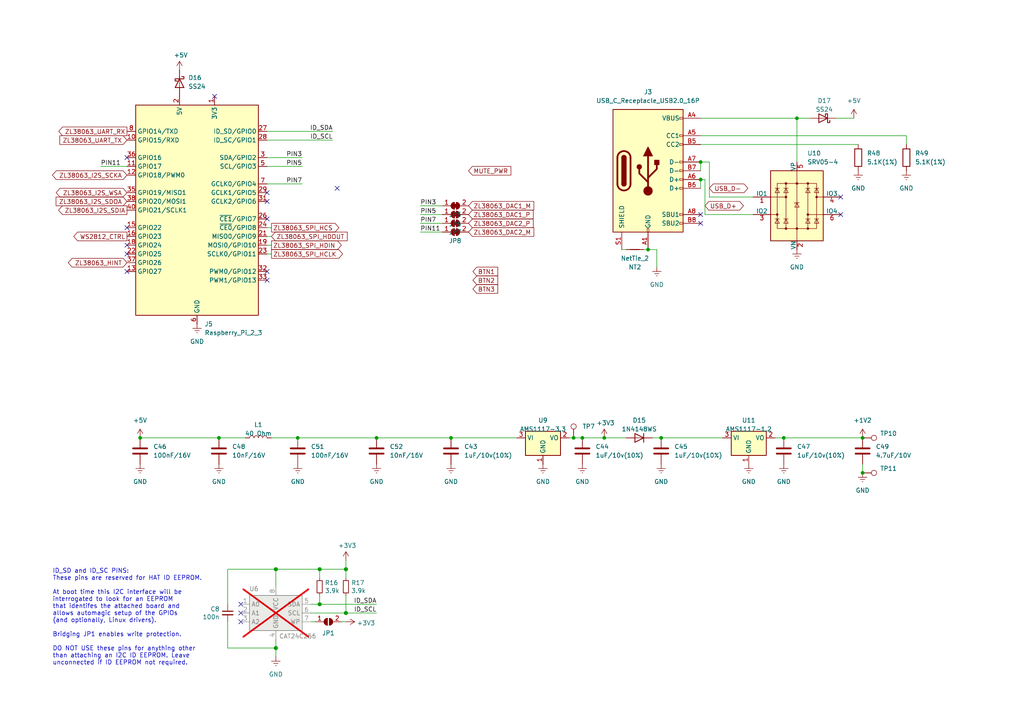
<source format=kicad_sch>
(kicad_sch (version 20231120) (generator "eeschema") (generator_version "8.0")
  (paper "A4")
  (lib_symbols
    (symbol "Connector:Raspberry_Pi_2_3"
      (property "Reference" "J" (at -17.78 31.75 0))
      (property "Value" "Raspberry_Pi_2_3" (at 10.16 -31.75 0))
      (symbol "Raspberry_Pi_2_3_0_1"
        (rectangle (start -17.78 30.48) (end 17.78 -30.48) (stroke (width 0.254)) (fill (type background)))
      )
      (symbol "Raspberry_Pi_2_3_1_1"
        (pin power_in line (at 5.08 33.02 270) (length 2.54) (name "3V3") (number "1"))
        (pin bidirectional line (at -20.32 20.32 0) (length 2.54) (name "GPIO15/RXD") (number "10"))
        (pin bidirectional line (at -20.32 12.7 0) (length 2.54) (name "GPIO17") (number "11"))
        (pin bidirectional line (at -20.32 10.16 0) (length 2.54) (name "GPIO18/PWM0") (number "12"))
        (pin bidirectional line (at -20.32 -17.78 0) (length 2.54) (name "GPIO27") (number "13"))
        (pin passive line (at 0 -33.02 90) (length 2.54) hide (name "GND") (number "14"))
        (pin bidirectional line (at -20.32 -5.08 0) (length 2.54) (name "GPIO22") (number "15"))
        (pin bidirectional line (at -20.32 -7.62 0) (length 2.54) (name "GPIO23") (number "16"))
        (pin passive line (at 5.08 33.02 270) (length 2.54) hide (name "3V3") (number "17"))
        (pin bidirectional line (at -20.32 -10.16 0) (length 2.54) (name "GPIO24") (number "18"))
        (pin bidirectional line (at 20.32 -10.16 180) (length 2.54) (name "MOSI0/GPIO10") (number "19"))
        (pin power_in line (at -5.08 33.02 270) (length 2.54) (name "5V") (number "2"))
        (pin passive line (at 0 -33.02 90) (length 2.54) hide (name "GND") (number "20"))
        (pin bidirectional line (at 20.32 -7.62 180) (length 2.54) (name "MISO0/GPIO9") (number "21"))
        (pin bidirectional line (at -20.32 -12.7 0) (length 2.54) (name "GPIO25") (number "22"))
        (pin bidirectional line (at 20.32 -12.7 180) (length 2.54) (name "SCLK0/GPIO11") (number "23"))
        (pin bidirectional line (at 20.32 -5.08 180) (length 2.54) (name "~{CE0}/GPIO8") (number "24"))
        (pin passive line (at 0 -33.02 90) (length 2.54) hide (name "GND") (number "25"))
        (pin bidirectional line (at 20.32 -2.54 180) (length 2.54) (name "~{CE1}/GPIO7") (number "26"))
        (pin bidirectional line (at 20.32 22.86 180) (length 2.54) (name "ID_SD/GPIO0") (number "27"))
        (pin bidirectional line (at 20.32 20.32 180) (length 2.54) (name "ID_SC/GPIO1") (number "28"))
        (pin bidirectional line (at 20.32 5.08 180) (length 2.54) (name "GCLK1/GPIO5") (number "29"))
        (pin bidirectional line (at 20.32 15.24 180) (length 2.54) (name "SDA/GPIO2") (number "3"))
        (pin passive line (at 0 -33.02 90) (length 2.54) hide (name "GND") (number "30"))
        (pin bidirectional line (at 20.32 2.54 180) (length 2.54) (name "GCLK2/GPIO6") (number "31"))
        (pin bidirectional line (at 20.32 -17.78 180) (length 2.54) (name "PWM0/GPIO12") (number "32"))
        (pin bidirectional line (at 20.32 -20.32 180) (length 2.54) (name "PWM1/GPIO13") (number "33"))
        (pin passive line (at 0 -33.02 90) (length 2.54) hide (name "GND") (number "34"))
        (pin bidirectional line (at -20.32 5.08 0) (length 2.54) (name "GPIO19/MISO1") (number "35"))
        (pin bidirectional line (at -20.32 15.24 0) (length 2.54) (name "GPIO16") (number "36"))
        (pin bidirectional line (at -20.32 -15.24 0) (length 2.54) (name "GPIO26") (number "37"))
        (pin bidirectional line (at -20.32 2.54 0) (length 2.54) (name "GPIO20/MOSI1") (number "38"))
        (pin passive line (at 0 -33.02 90) (length 2.54) hide (name "GND") (number "39"))
        (pin passive line (at -5.08 33.02 270) (length 2.54) hide (name "5V") (number "4"))
        (pin bidirectional line (at -20.32 0 0) (length 2.54) (name "GPIO21/SCLK1") (number "40"))
        (pin bidirectional line (at 20.32 12.7 180) (length 2.54) (name "SCL/GPIO3") (number "5"))
        (pin power_in line (at 0 -33.02 90) (length 2.54) (name "GND") (number "6"))
        (pin bidirectional line (at 20.32 7.62 180) (length 2.54) (name "GCLK0/GPIO4") (number "7"))
        (pin bidirectional line (at -20.32 22.86 0) (length 2.54) (name "GPIO14/TXD") (number "8"))
        (pin passive line (at 0 -33.02 90) (length 2.54) hide (name "GND") (number "9"))
      )
    )
    (symbol "Connector:TestPoint" (pin_numbers hide) (pin_names (offset 0.762) hide)
      (property "Reference" "TP" (at 0 6.858 0))
      (property "Value" "TestPoint" (at 0 5.08 0))
      (symbol "TestPoint_0_1"
        (circle (center 0 3.302) (radius 0.762))
      )
      (symbol "TestPoint_1_1"
        (pin passive line (at 0 0 90) (length 2.54) (name "1") (number "1"))
      )
    )
    (symbol "Connector:USB_C_Receptacle_USB2.0_16P" (pin_names (offset 1.016))
      (property "Reference" "J" (at 0 22.225 0))
      (property "Value" "USB_C_Receptacle_USB2.0_16P" (at 0 19.685 0))
      (symbol "USB_C_Receptacle_USB2.0_16P_0_0"
        (rectangle (start -0.254 -17.78) (end 0.254 -16.764))
        (rectangle (start 10.16 -14.986) (end 9.144 -15.494))
        (rectangle (start 10.16 -12.446) (end 9.144 -12.954))
        (rectangle (start 10.16 -4.826) (end 9.144 -5.334))
        (rectangle (start 10.16 -2.286) (end 9.144 -2.794))
        (rectangle (start 10.16 0.254) (end 9.144 -0.254))
        (rectangle (start 10.16 2.794) (end 9.144 2.286))
        (rectangle (start 10.16 7.874) (end 9.144 7.366))
        (rectangle (start 10.16 10.414) (end 9.144 9.906))
        (rectangle (start 10.16 15.494) (end 9.144 14.986))
      )
      (symbol "USB_C_Receptacle_USB2.0_16P_0_1"
        (rectangle (start -10.16 17.78) (end 10.16 -17.78) (stroke (width 0.254)) (fill (type background)))
        (arc (start -8.89 -3.81) (mid -6.985 -5.7067) (end -5.08 -3.81) (stroke (width 0.508)))
        (arc (start -7.62 -3.81) (mid -6.985 -4.4423) (end -6.35 -3.81) (stroke (width 0.254)))
        (arc (start -7.62 -3.81) (mid -6.985 -4.4423) (end -6.35 -3.81) (stroke (width 0.254)) (fill (type outline)))
        (rectangle (start -7.62 -3.81) (end -6.35 3.81) (stroke (width 0.254)) (fill (type outline)))
        (arc (start -6.35 3.81) (mid -6.985 4.4423) (end -7.62 3.81) (stroke (width 0.254)))
        (arc (start -6.35 3.81) (mid -6.985 4.4423) (end -7.62 3.81) (stroke (width 0.254)) (fill (type outline)))
        (arc (start -5.08 3.81) (mid -6.985 5.7067) (end -8.89 3.81) (stroke (width 0.508)))
        (circle (center -2.54 1.143) (radius 0.635) (stroke (width 0.254)) (fill (type outline)))
        (circle (center 0 -5.842) (radius 1.27) (fill (type outline)))
        (polyline (pts (xy -8.89 -3.81) (xy -8.89 3.81)) (stroke (width 0.508)))
        (polyline (pts (xy -5.08 3.81) (xy -5.08 -3.81)) (stroke (width 0.508)))
        (polyline (pts (xy 0 -5.842) (xy 0 4.318)) (stroke (width 0.508)))
        (polyline (pts (xy 0 -3.302) (xy -2.54 -0.762) (xy -2.54 0.508)) (stroke (width 0.508)))
        (polyline (pts (xy 0 -2.032) (xy 2.54 0.508) (xy 2.54 1.778)) (stroke (width 0.508)))
        (polyline (pts (xy -1.27 4.318) (xy 0 6.858) (xy 1.27 4.318) (xy -1.27 4.318)) (stroke (width 0.254)) (fill (type outline)))
        (rectangle (start 1.905 1.778) (end 3.175 3.048) (stroke (width 0.254)) (fill (type outline)))
      )
      (symbol "USB_C_Receptacle_USB2.0_16P_1_1"
        (pin passive line (at 0 -22.86 90) (length 5.08) (name "GND") (number "A1"))
        (pin passive line (at 0 -22.86 90) (length 5.08) hide (name "GND") (number "A12"))
        (pin passive line (at 15.24 15.24 180) (length 5.08) (name "VBUS") (number "A4"))
        (pin bidirectional line (at 15.24 10.16 180) (length 5.08) (name "CC1") (number "A5"))
        (pin bidirectional line (at 15.24 -2.54 180) (length 5.08) (name "D+") (number "A6"))
        (pin bidirectional line (at 15.24 2.54 180) (length 5.08) (name "D-") (number "A7"))
        (pin bidirectional line (at 15.24 -12.7 180) (length 5.08) (name "SBU1") (number "A8"))
        (pin passive line (at 15.24 15.24 180) (length 5.08) hide (name "VBUS") (number "A9"))
        (pin passive line (at 0 -22.86 90) (length 5.08) hide (name "GND") (number "B1"))
        (pin passive line (at 0 -22.86 90) (length 5.08) hide (name "GND") (number "B12"))
        (pin passive line (at 15.24 15.24 180) (length 5.08) hide (name "VBUS") (number "B4"))
        (pin bidirectional line (at 15.24 7.62 180) (length 5.08) (name "CC2") (number "B5"))
        (pin bidirectional line (at 15.24 -5.08 180) (length 5.08) (name "D+") (number "B6"))
        (pin bidirectional line (at 15.24 0 180) (length 5.08) (name "D-") (number "B7"))
        (pin bidirectional line (at 15.24 -15.24 180) (length 5.08) (name "SBU2") (number "B8"))
        (pin passive line (at 15.24 15.24 180) (length 5.08) hide (name "VBUS") (number "B9"))
        (pin passive line (at -7.62 -22.86 90) (length 5.08) (name "SHIELD") (number "S1"))
      )
    )
    (symbol "Device:C" (pin_numbers hide) (pin_names (offset 0.254))
      (property "Reference" "C" (at 0.635 2.54 0))
      (property "Value" "C" (at 0.635 -2.54 0))
      (symbol "C_0_1"
        (polyline (pts (xy -2.032 -0.762) (xy 2.032 -0.762)) (stroke (width 0.508)))
        (polyline (pts (xy -2.032 0.762) (xy 2.032 0.762)) (stroke (width 0.508)))
      )
      (symbol "C_1_1"
        (pin passive line (at 0 3.81 270) (length 2.794) (name "~") (number "1"))
        (pin passive line (at 0 -3.81 90) (length 2.794) (name "~") (number "2"))
      )
    )
    (symbol "Device:C_Small" (pin_numbers hide) (pin_names (offset 0.254) hide)
      (property "Reference" "C" (at 0.254 1.778 0))
      (property "Value" "C_Small" (at 0.254 -2.032 0))
      (symbol "C_Small_0_1"
        (polyline (pts (xy -1.524 -0.508) (xy 1.524 -0.508)) (stroke (width 0.3302)))
        (polyline (pts (xy -1.524 0.508) (xy 1.524 0.508)) (stroke (width 0.3048)))
      )
      (symbol "C_Small_1_1"
        (pin passive line (at 0 2.54 270) (length 2.032) (name "~") (number "1"))
        (pin passive line (at 0 -2.54 90) (length 2.032) (name "~") (number "2"))
      )
    )
    (symbol "Device:D" (pin_numbers hide) (pin_names (offset 1.016) hide)
      (property "Reference" "D" (at 0 2.54 0))
      (property "Value" "D" (at 0 -2.54 0))
      (symbol "D_0_1"
        (polyline (pts (xy -1.27 1.27) (xy -1.27 -1.27)) (stroke (width 0.254)))
        (polyline (pts (xy 1.27 0) (xy -1.27 0)))
        (polyline (pts (xy 1.27 1.27) (xy 1.27 -1.27) (xy -1.27 0) (xy 1.27 1.27)) (stroke (width 0.254)))
      )
      (symbol "D_1_1"
        (pin passive line (at -3.81 0 0) (length 2.54) (name "K") (number "1"))
        (pin passive line (at 3.81 0 180) (length 2.54) (name "A") (number "2"))
      )
    )
    (symbol "Device:L" (pin_numbers hide) (pin_names (offset 1.016) hide)
      (property "Reference" "L" (at -1.27 0 90))
      (property "Value" "L" (at 1.905 0 90))
      (symbol "L_0_1"
        (arc (start 0 -2.54) (mid 0.6323 -1.905) (end 0 -1.27))
        (arc (start 0 -1.27) (mid 0.6323 -0.635) (end 0 0))
        (arc (start 0 0) (mid 0.6323 0.635) (end 0 1.27))
        (arc (start 0 1.27) (mid 0.6323 1.905) (end 0 2.54))
      )
      (symbol "L_1_1"
        (pin passive line (at 0 3.81 270) (length 1.27) (name "1") (number "1"))
        (pin passive line (at 0 -3.81 90) (length 1.27) (name "2") (number "2"))
      )
    )
    (symbol "Device:NetTie_2" (pin_numbers hide) (pin_names (offset 0) hide) (in_bom no)
      (property "Reference" "NT" (at 0 1.27 0))
      (property "Value" "NetTie_2" (at 0 -1.27 0))
      (symbol "NetTie_2_0_1"
        (polyline (pts (xy -1.27 0) (xy 1.27 0)) (stroke (width 0.254)))
      )
      (symbol "NetTie_2_1_1"
        (pin passive line (at -2.54 0 0) (length 2.54) (name "1") (number "1"))
        (pin passive line (at 2.54 0 180) (length 2.54) (name "2") (number "2"))
      )
    )
    (symbol "Device:R" (pin_numbers hide) (pin_names (offset 0))
      (property "Reference" "R" (at 2.032 0 90))
      (property "Value" "R" (at 0 0 90))
      (symbol "R_0_1"
        (rectangle (start -1.016 -2.54) (end 1.016 2.54) (stroke (width 0.254)))
      )
      (symbol "R_1_1"
        (pin passive line (at 0 3.81 270) (length 1.27) (name "~") (number "1"))
        (pin passive line (at 0 -3.81 90) (length 1.27) (name "~") (number "2"))
      )
    )
    (symbol "Device:R_Small" (pin_numbers hide) (pin_names (offset 0.254) hide)
      (property "Reference" "R" (at 0.762 0.508 0))
      (property "Value" "R_Small" (at 0.762 -1.016 0))
      (symbol "R_Small_0_1"
        (rectangle (start -0.762 1.778) (end 0.762 -1.778) (stroke (width 0.2032)))
      )
      (symbol "R_Small_1_1"
        (pin passive line (at 0 2.54 270) (length 0.762) (name "~") (number "1"))
        (pin passive line (at 0 -2.54 90) (length 0.762) (name "~") (number "2"))
      )
    )
    (symbol "Diode:SS24" (pin_numbers hide) (pin_names (offset 1.016) hide)
      (property "Reference" "D" (at 0 2.54 0))
      (property "Value" "SS24" (at 0 -2.54 0))
      (symbol "SS24_0_1"
        (polyline (pts (xy 1.27 0) (xy -1.27 0)))
        (polyline (pts (xy 1.27 1.27) (xy 1.27 -1.27) (xy -1.27 0) (xy 1.27 1.27)) (stroke (width 0.254)))
        (polyline (pts (xy -1.905 0.635) (xy -1.905 1.27) (xy -1.27 1.27) (xy -1.27 -1.27) (xy -0.635 -1.27) (xy -0.635 -0.635)) (stroke (width 0.254)))
      )
      (symbol "SS24_1_1"
        (pin passive line (at -3.81 0 0) (length 2.54) (name "K") (number "1"))
        (pin passive line (at 3.81 0 180) (length 2.54) (name "A") (number "2"))
      )
    )
    (symbol "Jumper:SolderJumper_2_Bridged" (pin_names (offset 0) hide)
      (property "Reference" "JP" (at 0 2.032 0))
      (property "Value" "SolderJumper_2_Bridged" (at 0 -2.54 0))
      (symbol "SolderJumper_2_Bridged_0_1"
        (rectangle (start -0.508 0.508) (end 0.508 -0.508) (fill (type outline)))
        (arc (start -0.254 1.016) (mid -1.2656 0) (end -0.254 -1.016))
        (arc (start -0.254 1.016) (mid -1.2656 0) (end -0.254 -1.016) (fill (type outline)))
        (polyline (pts (xy -0.254 1.016) (xy -0.254 -1.016)))
        (polyline (pts (xy 0.254 1.016) (xy 0.254 -1.016)))
        (arc (start 0.254 -1.016) (mid 1.2656 0) (end 0.254 1.016))
        (arc (start 0.254 -1.016) (mid 1.2656 0) (end 0.254 1.016) (fill (type outline)))
      )
      (symbol "SolderJumper_2_Bridged_1_1"
        (pin passive line (at -3.81 0 0) (length 2.54) (name "A") (number "1"))
        (pin passive line (at 3.81 0 180) (length 2.54) (name "B") (number "2"))
      )
    )
    (symbol "Jumper:SolderJumper_2_Open" (pin_names (offset 0) hide)
      (property "Reference" "JP" (at 0 2.032 0))
      (property "Value" "SolderJumper_2_Open" (at 0 -2.54 0))
      (symbol "SolderJumper_2_Open_0_1"
        (arc (start -0.254 1.016) (mid -1.2656 0) (end -0.254 -1.016))
        (arc (start -0.254 1.016) (mid -1.2656 0) (end -0.254 -1.016) (fill (type outline)))
        (polyline (pts (xy -0.254 1.016) (xy -0.254 -1.016)))
        (polyline (pts (xy 0.254 1.016) (xy 0.254 -1.016)))
        (arc (start 0.254 -1.016) (mid 1.2656 0) (end 0.254 1.016))
        (arc (start 0.254 -1.016) (mid 1.2656 0) (end 0.254 1.016) (fill (type outline)))
      )
      (symbol "SolderJumper_2_Open_1_1"
        (pin passive line (at -3.81 0 0) (length 2.54) (name "A") (number "1"))
        (pin passive line (at 3.81 0 180) (length 2.54) (name "B") (number "2"))
      )
    )
    (symbol "Memory_EEPROM:CAT24C256"
      (property "Reference" "U" (at -6.35 6.35 0))
      (property "Value" "CAT24C256" (at 1.27 6.35 0))
      (symbol "CAT24C256_1_1"
        (rectangle (start -7.62 5.08) (end 7.62 -5.08) (stroke (width 0.254)) (fill (type background)))
        (pin input line (at -10.16 2.54 0) (length 2.54) (name "A0") (number "1"))
        (pin input line (at -10.16 0 0) (length 2.54) (name "A1") (number "2"))
        (pin input line (at -10.16 -2.54 0) (length 2.54) (name "A2") (number "3"))
        (pin power_in line (at 0 -7.62 90) (length 2.54) (name "GND") (number "4"))
        (pin bidirectional line (at 10.16 2.54 180) (length 2.54) (name "SDA") (number "5"))
        (pin input line (at 10.16 0 180) (length 2.54) (name "SCL") (number "6"))
        (pin input line (at 10.16 -2.54 180) (length 2.54) (name "WP") (number "7"))
        (pin power_in line (at 0 7.62 270) (length 2.54) (name "VCC") (number "8"))
      )
    )
    (symbol "Power_Protection:SRV05-4" (pin_names (offset 0))
      (property "Reference" "U" (at -5.08 11.43 0))
      (property "Value" "SRV05-4" (at 2.54 11.43 0))
      (symbol "SRV05-4_0_0"
        (rectangle (start -5.715 6.477) (end 5.715 -6.604))
        (polyline (pts (xy -3.175 -6.604) (xy -3.175 6.477)))
        (polyline (pts (xy 3.175 6.477) (xy 3.175 -6.604)))
      )
      (symbol "SRV05-4_0_1"
        (rectangle (start -7.62 10.16) (end 7.62 -10.16) (stroke (width 0.254)) (fill (type background)))
        (circle (center -5.715 -2.54) (radius 0.2794) (fill (type outline)))
        (circle (center -3.175 -6.604) (radius 0.2794) (fill (type outline)))
        (circle (center -3.175 2.54) (radius 0.2794) (fill (type outline)))
        (circle (center -3.175 6.477) (radius 0.2794) (fill (type outline)))
        (circle (center 0 -6.604) (radius 0.2794) (fill (type outline)))
        (polyline (pts (xy -7.747 2.54) (xy -3.175 2.54)))
        (polyline (pts (xy -7.62 -2.54) (xy -5.715 -2.54)))
        (polyline (pts (xy -5.08 -3.81) (xy -6.35 -3.81)))
        (polyline (pts (xy -5.08 5.08) (xy -6.35 5.08)))
        (polyline (pts (xy -2.54 -3.81) (xy -3.81 -3.81)))
        (polyline (pts (xy -2.54 5.08) (xy -3.81 5.08)))
        (polyline (pts (xy 0 10.16) (xy 0 -10.16)))
        (polyline (pts (xy 3.81 -3.81) (xy 2.54 -3.81)))
        (polyline (pts (xy 3.81 5.08) (xy 2.54 5.08)))
        (polyline (pts (xy 6.35 -3.81) (xy 5.08 -3.81)))
        (polyline (pts (xy 6.35 5.08) (xy 5.08 5.08)))
        (polyline (pts (xy 7.62 -2.54) (xy 3.175 -2.54)))
        (polyline (pts (xy 7.62 2.54) (xy 5.715 2.54)))
        (polyline (pts (xy 0.635 0.889) (xy -0.635 0.889) (xy -0.635 0.635)))
        (polyline (pts (xy -5.08 -5.08) (xy -6.35 -5.08) (xy -5.715 -3.81) (xy -5.08 -5.08)))
        (polyline (pts (xy -5.08 3.81) (xy -6.35 3.81) (xy -5.715 5.08) (xy -5.08 3.81)))
        (polyline (pts (xy -2.54 -5.08) (xy -3.81 -5.08) (xy -3.175 -3.81) (xy -2.54 -5.08)))
        (polyline (pts (xy -2.54 3.81) (xy -3.81 3.81) (xy -3.175 5.08) (xy -2.54 3.81)))
        (polyline (pts (xy 0.635 -0.381) (xy -0.635 -0.381) (xy 0 0.889) (xy 0.635 -0.381)))
        (polyline (pts (xy 3.81 -5.08) (xy 2.54 -5.08) (xy 3.175 -3.81) (xy 3.81 -5.08)))
        (polyline (pts (xy 3.81 3.81) (xy 2.54 3.81) (xy 3.175 5.08) (xy 3.81 3.81)))
        (polyline (pts (xy 6.35 -5.08) (xy 5.08 -5.08) (xy 5.715 -3.81) (xy 6.35 -5.08)))
        (polyline (pts (xy 6.35 3.81) (xy 5.08 3.81) (xy 5.715 5.08) (xy 6.35 3.81)))
        (circle (center 0 6.477) (radius 0.2794) (fill (type outline)))
        (circle (center 3.175 -6.604) (radius 0.2794) (fill (type outline)))
        (circle (center 3.175 -2.54) (radius 0.2794) (fill (type outline)))
        (circle (center 3.175 6.477) (radius 0.2794) (fill (type outline)))
        (circle (center 5.715 2.54) (radius 0.2794) (fill (type outline)))
      )
      (symbol "SRV05-4_1_1"
        (pin passive line (at -12.7 2.54 0) (length 5.08) (name "IO1") (number "1"))
        (pin passive line (at 0 -12.7 90) (length 2.54) (name "VN") (number "2"))
        (pin passive line (at -12.7 -2.54 0) (length 5.08) (name "IO2") (number "3"))
        (pin passive line (at 12.7 2.54 180) (length 5.08) (name "IO3") (number "4"))
        (pin passive line (at 0 12.7 270) (length 2.54) (name "VP") (number "5"))
        (pin passive line (at 12.7 -2.54 180) (length 5.08) (name "IO4") (number "6"))
      )
    )
    (symbol "Regulator_Linear:AMS1117-3.3"
      (property "Reference" "U" (at -3.81 3.175 0))
      (property "Value" "AMS1117-3.3" (at 0 3.175 0))
      (symbol "AMS1117-3.3_0_1"
        (rectangle (start -5.08 -5.08) (end 5.08 1.905) (stroke (width 0.254)) (fill (type background)))
      )
      (symbol "AMS1117-3.3_1_1"
        (pin power_in line (at 0 -7.62 90) (length 2.54) (name "GND") (number "1"))
        (pin power_out line (at 7.62 0 180) (length 2.54) (name "VO") (number "2"))
        (pin power_in line (at -7.62 0 0) (length 2.54) (name "VI") (number "3"))
      )
    )
    (symbol "power:+1V2" (power) (pin_numbers hide) (pin_names (offset 0) hide)
      (property "Value" "+1V2" (at 0 3.556 0))
      (symbol "+1V2_0_1"
        (polyline (pts (xy -0.762 1.27) (xy 0 2.54)))
        (polyline (pts (xy 0 0) (xy 0 2.54)))
        (polyline (pts (xy 0 2.54) (xy 0.762 1.27)))
      )
      (symbol "+1V2_1_1"
        (pin power_in line (at 0 0 90) (length 0) (name "~") (number "1"))
      )
    )
    (symbol "power:+3.3V" (power) (pin_names (offset 0))
      (property "Value" "+3.3V" (at 0 3.556 0))
      (symbol "+3.3V_0_1"
        (polyline (pts (xy -0.762 1.27) (xy 0 2.54)))
        (polyline (pts (xy 0 0) (xy 0 2.54)))
        (polyline (pts (xy 0 2.54) (xy 0.762 1.27)))
      )
      (symbol "+3.3V_1_1"
        (pin power_in line (at 0 0 90) (length 0) hide (name "+3V3") (number "1"))
      )
    )
    (symbol "power:+5V" (power) (pin_names (offset 0))
      (property "Value" "+5V" (at 0 3.556 0))
      (symbol "+5V_0_1"
        (polyline (pts (xy -0.762 1.27) (xy 0 2.54)))
        (polyline (pts (xy 0 0) (xy 0 2.54)))
        (polyline (pts (xy 0 2.54) (xy 0.762 1.27)))
      )
      (symbol "+5V_1_1"
        (pin power_in line (at 0 0 90) (length 0) hide (name "+5V") (number "1"))
      )
    )
    (symbol "power:Earth" (power) (pin_numbers hide) (pin_names (offset 0) hide)
      (property "Value" "Earth" (at 0 -3.81 0))
      (symbol "Earth_0_1"
        (polyline (pts (xy -0.635 -1.905) (xy 0.635 -1.905)))
        (polyline (pts (xy -0.127 -2.54) (xy 0.127 -2.54)))
        (polyline (pts (xy 0 -1.27) (xy 0 0)))
        (polyline (pts (xy 1.27 -1.27) (xy -1.27 -1.27)))
      )
      (symbol "Earth_1_1"
        (pin power_in line (at 0 0 270) (length 0) (name "~") (number "1"))
      )
    )
  )
  (junction (at 250.19 137.16))
  (junction (at 92.71 175.26) (diameter 1.016))
  (junction (at 187.96 72.39))
  (junction (at 100.33 165.1) (diameter 1.016))
  (junction (at 166.37 127))
  (junction (at 250.19 127))
  (junction (at 227.33 127))
  (junction (at 231.14 34.29))
  (junction (at 86.36 127))
  (junction (at 109.22 127))
  (junction (at 40.64 127))
  (junction (at 203.2 52.07))
  (junction (at 203.2 46.99))
  (junction (at 100.33 177.8) (diameter 1.016))
  (junction (at 130.81 127))
  (junction (at 191.77 127))
  (junction (at 92.71 165.1) (diameter 1.016))
  (junction (at 80.01 165.1) (diameter 1.016))
  (junction (at 63.5 127))
  (junction (at 80.01 187.96) (diameter 1.016))
  (junction (at 168.91 127))
  (junction (at 175.26 127))
  (no_connect (at 36.83 66.04))
  (no_connect (at 243.84 57.15))
  (no_connect (at 97.79 54.61))
  (no_connect (at 36.83 73.66))
  (no_connect (at 36.83 45.72))
  (no_connect (at 77.47 55.88))
  (no_connect (at 77.47 58.42))
  (no_connect (at 243.84 62.23))
  (no_connect (at 62.23 27.94))
  (no_connect (at 69.85 175.26))
  (no_connect (at 69.85 180.34))
  (no_connect (at 77.47 63.5))
  (no_connect (at 77.47 78.74))
  (no_connect (at 77.47 81.28))
  (no_connect (at 203.2 64.77))
  (no_connect (at 36.83 71.12))
  (no_connect (at 69.85 177.8))
  (no_connect (at 36.83 78.74))
  (no_connect (at 203.2 62.23))
  (wire (pts (xy 90.17 177.8) (xy 100.33 177.8)))
  (wire (pts (xy 80.01 165.1) (xy 80.01 170.18)))
  (wire (pts (xy 77.47 71.12) (xy 78.74 71.12)))
  (wire (pts (xy 191.77 127) (xy 209.55 127)))
  (wire (pts (xy 168.91 127) (xy 175.26 127)))
  (wire (pts (xy 247.65 34.29) (xy 242.57 34.29)))
  (wire (pts (xy 63.5 127) (xy 71.12 127)))
  (wire (pts (xy 90.17 175.26) (xy 92.71 175.26)))
  (wire (pts (xy 130.81 127) (xy 149.86 127)))
  (wire (pts (xy 121.92 64.77) (xy 128.27 64.77)))
  (wire (pts (xy 29.21 48.26) (xy 36.83 48.26)))
  (wire (pts (xy 250.19 134.62) (xy 250.19 137.16)))
  (wire (pts (xy 78.74 68.58) (xy 77.47 68.58)))
  (wire (pts (xy 234.95 34.29) (xy 231.14 34.29)))
  (wire (pts (xy 92.71 172.72) (xy 92.71 175.26)))
  (wire (pts (xy 92.71 175.26) (xy 109.22 175.26)))
  (wire (pts (xy 121.92 67.31) (xy 128.27 67.31)))
  (wire (pts (xy 121.92 62.23) (xy 128.27 62.23)))
  (wire (pts (xy 166.37 127) (xy 168.91 127)))
  (wire (pts (xy 204.47 62.23) (xy 218.44 62.23)))
  (wire (pts (xy 100.33 172.72) (xy 100.33 177.8)))
  (wire (pts (xy 90.17 180.34) (xy 91.44 180.34)))
  (wire (pts (xy 175.26 127) (xy 181.61 127)))
  (wire (pts (xy 205.74 46.99) (xy 203.2 46.99)))
  (wire (pts (xy 203.2 41.91) (xy 248.92 41.91)))
  (wire (pts (xy 87.63 48.26) (xy 77.47 48.26)))
  (wire (pts (xy 204.47 52.07) (xy 204.47 62.23)))
  (wire (pts (xy 78.74 127) (xy 86.36 127)))
  (wire (pts (xy 231.14 34.29) (xy 203.2 34.29)))
  (wire (pts (xy 66.04 180.34) (xy 66.04 187.96)))
  (wire (pts (xy 66.04 165.1) (xy 66.04 175.26)))
  (wire (pts (xy 204.47 52.07) (xy 203.2 52.07)))
  (wire (pts (xy 77.47 40.64) (xy 96.52 40.64)))
  (wire (pts (xy 78.74 73.66) (xy 77.47 73.66)))
  (wire (pts (xy 181.61 72.39) (xy 180.34 72.39)))
  (wire (pts (xy 203.2 52.07) (xy 203.2 54.61)))
  (wire (pts (xy 87.63 45.72) (xy 77.47 45.72)))
  (wire (pts (xy 191.77 127) (xy 189.23 127)))
  (wire (pts (xy 40.64 127) (xy 63.5 127)))
  (wire (pts (xy 165.1 127) (xy 166.37 127)))
  (wire (pts (xy 205.74 57.15) (xy 218.44 57.15)))
  (wire (pts (xy 86.36 127) (xy 109.22 127)))
  (wire (pts (xy 100.33 167.64) (xy 100.33 165.1)))
  (wire (pts (xy 205.74 46.99) (xy 205.74 57.15)))
  (wire (pts (xy 77.47 66.04) (xy 78.74 66.04)))
  (wire (pts (xy 231.14 46.99) (xy 231.14 34.29)))
  (wire (pts (xy 77.47 38.1) (xy 96.52 38.1)))
  (wire (pts (xy 100.33 162.56) (xy 100.33 165.1)))
  (wire (pts (xy 203.2 46.99) (xy 203.2 49.53)))
  (wire (pts (xy 80.01 187.96) (xy 80.01 190.5)))
  (wire (pts (xy 92.71 165.1) (xy 92.71 167.64)))
  (wire (pts (xy 66.04 187.96) (xy 80.01 187.96)))
  (wire (pts (xy 262.89 39.37) (xy 262.89 41.91)))
  (wire (pts (xy 87.63 53.34) (xy 77.47 53.34)))
  (wire (pts (xy 109.22 127) (xy 130.81 127)))
  (wire (pts (xy 186.69 72.39) (xy 187.96 72.39)))
  (wire (pts (xy 80.01 185.42) (xy 80.01 187.96)))
  (wire (pts (xy 190.5 72.39) (xy 187.96 72.39)))
  (wire (pts (xy 100.33 177.8) (xy 109.22 177.8)))
  (wire (pts (xy 100.33 165.1) (xy 92.71 165.1)))
  (wire (pts (xy 80.01 165.1) (xy 92.71 165.1)))
  (wire (pts (xy 121.92 59.69) (xy 128.27 59.69)))
  (wire (pts (xy 80.01 165.1) (xy 66.04 165.1)))
  (wire (pts (xy 99.06 180.34) (xy 100.33 180.34)))
  (wire (pts (xy 227.33 127) (xy 250.19 127)))
  (wire (pts (xy 203.2 39.37) (xy 262.89 39.37)))
  (wire (pts (xy 190.5 77.47) (xy 190.5 72.39)))
  (wire (pts (xy 227.33 127) (xy 224.79 127)))
  (text "ID_SD and ID_SC PINS:\nThese pins are reserved for HAT ID EEPROM.\n\nAt boot time this I2C interface will be\ninterrogated to look for an EEPROM\nthat identifes the attached board and\nallows automagic setup of the GPIOs\n(and optionally, Linux drivers).\n\nBridging JP1 enables write protection.\n\nDO NOT USE these pins for anything other\nthan attaching an I2C ID EEPROM. Leave\nunconnected if ID EEPROM not required." (at 15.24 193.04 0) (effects (font (size 1.27 1.27)) (justify left bottom)))
  (label "GPIO13{slash}PWM1" (at -8.89 82.55 180))
  (label "GPIO22" (at -35.56 67.31 0))
  (label "ZL38063_I2S_SDOA" (at -111.76 100.33 0))
  (label "ID_SCL" (at 96.52 40.64 180))
  (label "ZL38063_SPI_HDOUT" (at -111.76 85.09 0))
  (label "PIN5" (at 87.63 48.26 180))
  (label "ZL38063_I2S_SCKA" (at -111.76 92.71 0))
  (label "GPIO16" (at -35.56 46.99 0))
  (label "ZL38063_HINT" (at -111.76 87.63 0))
  (label "GPIO24" (at -35.56 72.39 0))
  (label "GPIO17" (at -35.56 49.53 0))
  (label "ID_SDA" (at 109.22 175.26 180))
  (label "ZL38063_SPI_HCS" (at -111.76 80.01 0))
  (label "PIN3" (at 121.92 59.69 0))
  (label "PIN7" (at 121.92 64.77 0))
  (label "ZL38063_SPI_HDIN" (at -111.76 82.55 0))
  (label "PIN11" (at 29.21 48.26 0))
  (label "GPIO5" (at -8.89 57.15 180))
  (label "ZL38063_I2S_SDIA" (at -111.76 97.79 0))
  (label "GPIO12{slash}PWM0" (at -8.89 80.01 180))
  (label "PIN3" (at 87.63 45.72 180))
  (label "GPIO2{slash}SDA1" (at -8.89 46.99 180))
  (label "PIN11" (at 121.92 67.31 0))
  (label "ZL38063_I2S_WSA" (at -111.76 95.25 0))
  (label "GPIO6" (at -8.89 59.69 180))
  (label "GPIO14{slash}TXD0" (at -35.56 39.37 0))
  (label "PIN5" (at 121.92 62.23 0))
  (label "PIN7" (at 87.63 53.34 180))
  (label "GPIO27" (at -35.56 80.01 0))
  (label "ID_SCL" (at 109.22 177.8 180))
  (label "GPIO7{slash}SPI0.CE1" (at -8.89 64.77 180))
  (label "ID_SDA" (at 96.52 38.1 180))
  (label "GPIO25" (at -35.56 74.93 0))
  (label "GPIO23" (at -35.56 69.85 0))
  (label "GPIO3{slash}SCL1" (at -8.89 49.53 180))
  (label "ZL38063_SPI_HCLK" (at -111.76 77.47 0))
  (label "GPIO15{slash}RXD0" (at -35.56 41.91 0))
  (label "GPIO4{slash}GPCLK0" (at -8.89 54.61 180))
  (global_label "ZL38063_DAC2_P" (shape input) (at 135.89 64.77 0) (property "Intersheetrefs" "${INTERSHEET_REFS}" (effects (hide yes))))
  (global_label "BTN1" (shape input) (at 137.16 78.74 0) (property "Intersheetrefs" "${INTERSHEET_REFS}" (effects (hide yes))))
  (global_label "ZL38063_HINT" (shape bidirectional) (at 36.83 76.2 180) (property "Intersheetrefs" "${INTERSHEET_REFS}" (effects (hide yes))))
  (global_label "BTN2" (shape input) (at 137.16 81.28 0) (property "Intersheetrefs" "${INTERSHEET_REFS}" (effects (hide yes))))
  (global_label "USB_D+" (shape bidirectional) (at 204.47 59.69 0) (property "Intersheetrefs" "${INTERSHEET_REFS}" (effects (hide yes))))
  (global_label "ZL38063_DAC1_P" (shape input) (at 135.89 62.23 0) (property "Intersheetrefs" "${INTERSHEET_REFS}" (effects (hide yes))))
  (global_label "ZL38063_UART_RX" (shape output) (at 36.83 38.1 180) (property "Intersheetrefs" "${INTERSHEET_REFS}" (effects (hide yes))))
  (global_label "BTN3" (shape input) (at 137.16 83.82 0) (property "Intersheetrefs" "${INTERSHEET_REFS}" (effects (hide yes))))
  (global_label "ZL38063_I2S_WSA" (shape bidirectional) (at 36.83 55.88 180) (property "Intersheetrefs" "${INTERSHEET_REFS}" (effects (hide yes))))
  (global_label "ZL38063_SPI_HDOUT" (shape input) (at 78.74 68.58 0) (property "Intersheetrefs" "${INTERSHEET_REFS}" (effects (hide yes))))
  (global_label "ZL38063_I2S_SDOA" (shape input) (at 36.83 58.42 180) (property "Intersheetrefs" "${INTERSHEET_REFS}" (effects (hide yes))))
  (global_label "ZL38063_SPI_HCS" (shape output) (at 78.74 66.04 0) (property "Intersheetrefs" "${INTERSHEET_REFS}" (effects (hide yes))))
  (global_label "ZL38063_SPI_HCLK" (shape output) (at 78.74 73.66 0) (property "Intersheetrefs" "${INTERSHEET_REFS}" (effects (hide yes))))
  (global_label "ZL38063_DAC1_M" (shape input) (at 135.89 59.69 0) (property "Intersheetrefs" "${INTERSHEET_REFS}" (effects (hide yes))))
  (global_label "ZL38063_UART_TX" (shape input) (at 36.83 40.64 180) (property "Intersheetrefs" "${INTERSHEET_REFS}" (effects (hide yes))))
  (global_label "ZL38063_I2S_SDIA" (shape output) (at 36.83 60.96 180) (property "Intersheetrefs" "${INTERSHEET_REFS}" (effects (hide yes))))
  (global_label "USB_D-" (shape bidirectional) (at 205.74 54.61 0) (property "Intersheetrefs" "${INTERSHEET_REFS}" (effects (hide yes))))
  (global_label "ZL38063_I2S_SCKA" (shape bidirectional) (at 36.83 50.8 180) (property "Intersheetrefs" "${INTERSHEET_REFS}" (effects (hide yes))))
  (global_label "MUTE_PWR" (shape input) (at 135.89 49.53 0) (property "Intersheetrefs" "${INTERSHEET_REFS}" (effects (hide yes))))
  (global_label "ZL38063_SPI_HDIN" (shape output) (at 78.74 71.12 0) (property "Intersheetrefs" "${INTERSHEET_REFS}" (effects (hide yes))))
  (global_label "ZL38063_DAC2_M" (shape input) (at 135.89 67.31 0) (property "Intersheetrefs" "${INTERSHEET_REFS}" (effects (hide yes))))
  (global_label "WS2812_CTRL" (shape output) (at 36.83 68.58 180) (property "Intersheetrefs" "${INTERSHEET_REFS}" (effects (hide yes))))
  (symbol (lib_id "power:Earth") (at 63.5 134.62 0) (unit 1)
    (property "Reference" "#PWR0123" (effects (hide yes)))
    (property "Value" "GND" (at 63.5 139.7 0))
    (property "Description" "Power symbol creates a global label with name \"Earth\"" (effects (hide yes)))
  )
  (symbol (lib_id "Device:R") (at 248.92 45.72 0) (unit 1)
    (property "Reference" "R48" (at 251.46 44.4499 0) (effects (justify left)))
    (property "Value" "5.1K(1%)" (at 251.46 46.9899 0) (effects (justify left)))
    (property "Footprint" "Resistor_SMD:R_0402_1005Metric" (effects (hide yes)))
    (property "Description" "Resistor" (effects (hide yes)))
  )
  (symbol (lib_id "Device:D") (at 185.42 127 180) (unit 1)
    (property "Reference" "D15" (at 185.42 121.92 0))
    (property "Value" "1N4148WS" (at 185.42 124.46 0))
    (property "Footprint" "Diode_SMD:D_SOD-323F" (effects (hide yes)))
    (property "Description" "Diode" (effects (hide yes)))
    (property "Sim.Device" "D" (effects (hide yes)))
    (property "Sim.Pins" "1=K 2=A" (effects (hide yes)))
  )
  (symbol (lib_id "Jumper:SolderJumper_2_Bridged") (at 132.08 64.77 0) (unit 1)
    (property "Reference" "JP7" (at 133.858 67.31 0) (effects (justify right)))
    (property "Value" "SolderJumper_2_Bridged" (effects (hide yes)))
    (property "Footprint" "Jumper:SolderJumper-2_P1.3mm_Bridged_RoundedPad1.0x1.5mm" (effects (hide yes)))
    (property "Description" "Solder Jumper, 2-pole, closed/bridged" (effects (hide yes)))
  )
  (symbol (lib_id "Device:C") (at 63.5 130.81 0) (unit 1)
    (property "Reference" "C48" (at 67.31 129.5399 0) (effects (justify left)))
    (property "Value" "10nF/16V" (at 67.31 132.0799 0) (effects (justify left)))
    (property "Footprint" "Capacitor_SMD:C_0402_1005Metric" (effects (hide yes)))
    (property "Description" "Unpolarized capacitor" (effects (hide yes)))
  )
  (symbol (lib_id "Device:C") (at 250.19 130.81 0) (unit 1)
    (property "Reference" "C49" (at 254 129.5399 0) (effects (justify left)))
    (property "Value" "4.7uF/10V" (at 254 132.0799 0) (effects (justify left)))
    (property "Footprint" "Capacitor_SMD:C_0402_1005Metric" (effects (hide yes)))
    (property "Description" "Unpolarized capacitor" (effects (hide yes)))
  )
  (symbol (lib_id "power:Earth") (at 57.15 93.98 0) (unit 1)
    (property "Reference" "#PWR0129" (effects (hide yes)))
    (property "Value" "GND" (at 57.15 99.06 0))
    (property "Description" "Power symbol creates a global label with name \"Earth\"" (effects (hide yes)))
  )
  (symbol (lib_id "Jumper:SolderJumper_2_Bridged") (at 132.08 59.69 0) (unit 1)
    (property "Reference" "JP5" (at 133.858 62.23 0) (effects (justify right)))
    (property "Value" "SolderJumper_2_Bridged" (effects (hide yes)))
    (property "Footprint" "Jumper:SolderJumper-2_P1.3mm_Bridged_RoundedPad1.0x1.5mm" (effects (hide yes)))
    (property "Description" "Solder Jumper, 2-pole, closed/bridged" (effects (hide yes)))
  )
  (symbol (lib_id "Power_Protection:SRV05-4") (at 231.14 59.69 0) (unit 1)
    (property "Reference" "U10" (at 234.1565 44.45 0) (effects (justify left)))
    (property "Value" "SRV05-4" (at 234.1565 46.99 0) (effects (justify left)))
    (property "Footprint" "Package_TO_SOT_SMD:SOT-23-6" (effects (hide yes)))
    (property "Datasheet" "http://www.onsemi.com/pub/Collateral/SRV05-4-D.PDF" (effects (hide yes)))
    (property "Description" "ESD Protection Diodes with Low Clamping Voltage, SOT-23-6" (effects (hide yes)))
  )
  (symbol (lib_id "power:Earth") (at 40.64 134.62 0) (unit 1)
    (property "Reference" "#PWR0121" (effects (hide yes)))
    (property "Value" "GND" (at 40.64 139.7 0))
    (property "Description" "Power symbol creates a global label with name \"Earth\"" (effects (hide yes)))
  )
  (symbol (lib_id "power:Earth") (at 262.89 49.53 0) (unit 1)
    (property "Reference" "#PWR0119" (effects (hide yes)))
    (property "Value" "GND" (at 262.89 54.61 0))
    (property "Description" "Power symbol creates a global label with name \"Earth\"" (effects (hide yes)))
  )
  (symbol (lib_id "Connector:USB_C_Receptacle_USB2.0_16P") (at 187.96 49.53 0) (unit 1)
    (property "Reference" "J3" (at 187.96 26.67 0))
    (property "Value" "USB_C_Receptacle_USB2.0_16P" (at 187.96 29.21 0))
    (property "Footprint" "Connector_USB:USB_C_Receptacle_G-Switch_GT-USB-7010ASV" (effects (hide yes)))
    (property "Datasheet" "https://www.usb.org/sites/default/files/documents/usb_type-c.zip" (effects (hide yes)))
    (property "Description" "USB 2.0-only 16P Type-C Receptacle connector" (effects (hide yes)))
  )
  (symbol (lib_id "Device:C") (at 227.33 130.81 0) (unit 1)
    (property "Reference" "C47" (at 231.14 129.5399 0) (effects (justify left)))
    (property "Value" "1uF/10v(10%)" (at 231.14 132.0799 0) (effects (justify left)))
    (property "Footprint" "Capacitor_SMD:C_0402_1005Metric" (effects (hide yes)))
    (property "Description" "Unpolarized capacitor" (effects (hide yes)))
  )
  (symbol (lib_id "power:+3.3V") (at 100.33 180.34 270) (unit 1)
    (property "Reference" "#PWR046" (effects (hide yes)))
    (property "Value" "+3V3" (at 103.5051 180.7083 90) (effects (justify left)))
  )
  (symbol (lib_id "Jumper:SolderJumper_2_Bridged") (at 132.08 62.23 0) (unit 1)
    (property "Reference" "JP6" (at 133.858 65.024 0) (effects (justify right)))
    (property "Value" "SolderJumper_2_Bridged" (effects (hide yes)))
    (property "Footprint" "Jumper:SolderJumper-2_P1.3mm_Bridged_RoundedPad1.0x1.5mm" (effects (hide yes)))
    (property "Description" "Solder Jumper, 2-pole, closed/bridged" (effects (hide yes)))
  )
  (symbol (lib_id "Device:R") (at 262.89 45.72 0) (unit 1)
    (property "Reference" "R49" (at 265.43 44.4499 0) (effects (justify left)))
    (property "Value" "5.1K(1%)" (at 265.43 46.9899 0) (effects (justify left)))
    (property "Footprint" "Resistor_SMD:R_0402_1005Metric" (effects (hide yes)))
    (property "Description" "Resistor" (effects (hide yes)))
  )
  (symbol (lib_id "power:Earth") (at 231.14 72.39 0) (unit 1)
    (property "Reference" "#PWR0115" (effects (hide yes)))
    (property "Value" "GND" (at 231.14 77.47 0))
    (property "Description" "Power symbol creates a global label with name \"Earth\"" (effects (hide yes)))
  )
  (symbol (lib_id "power:+3.3V") (at 100.33 162.56 0) (unit 1)
    (property "Reference" "#PWR045" (effects (hide yes)))
    (property "Value" "+3V3" (at 100.6983 158.2356 0))
  )
  (symbol (lib_id "Device:R_Small") (at 100.33 170.18 0) (unit 1)
    (property "Reference" "R17" (at 101.8286 169.037 0) (effects (justify left)))
    (property "Value" "3.9k" (at 101.8287 171.3293 0) (effects (justify left)))
    (property "Footprint" "Resistor_SMD:R_0402_1005Metric" (effects (hide yes)))
  )
  (symbol (lib_id "Device:NetTie_2") (at 184.15 72.39 180) (unit 1) (in_bom no)
    (property "Reference" "NT2" (at 184.15 77.47 0))
    (property "Value" "NetTie_2" (at 184.15 74.93 0))
    (property "Footprint" "NetTie:NetTie-2_SMD_Pad0.5mm" (effects (hide yes)))
    (property "Description" "Net tie, 2 pins" (effects (hide yes)))
  )
  (symbol (lib_id "Connector:TestPoint") (at 166.37 127 0) (unit 1)
    (property "Reference" "TP7" (at 168.91 123.6979 0) (effects (justify left)))
    (property "Value" "TestPoint" (effects (hide yes)))
    (property "Footprint" "TestPoint:TestPoint_Pad_D1.0mm" (effects (hide yes)))
    (property "Description" "test point" (effects (hide yes)))
  )
  (symbol (lib_id "power:Earth") (at 86.36 134.62 0) (unit 1)
    (property "Reference" "#PWR0126" (effects (hide yes)))
    (property "Value" "GND" (at 86.36 139.7 0))
    (property "Description" "Power symbol creates a global label with name \"Earth\"" (effects (hide yes)))
  )
  (symbol (lib_id "Device:C") (at 86.36 130.81 0) (unit 1)
    (property "Reference" "C51" (at 90.17 129.5399 0) (effects (justify left)))
    (property "Value" "100nF/16V" (at 90.17 132.0799 0) (effects (justify left)))
    (property "Footprint" "Capacitor_SMD:C_0402_1005Metric" (effects (hide yes)))
    (property "Description" "Unpolarized capacitor" (effects (hide yes)))
  )
  (symbol (lib_id "power:Earth") (at 109.22 134.62 0) (unit 1)
    (property "Reference" "#PWR0130" (effects (hide yes)))
    (property "Value" "GND" (at 109.22 139.7 0))
    (property "Description" "Power symbol creates a global label with name \"Earth\"" (effects (hide yes)))
  )
  (symbol (lib_id "power:+5V") (at 247.65 34.29 0) (unit 1)
    (property "Reference" "#PWR0128" (effects (hide yes)))
    (property "Value" "+5V" (at 247.65 29.21 0))
    (property "Description" "Power symbol creates a global label with name \"+5V\"" (effects (hide yes)))
  )
  (symbol (lib_id "power:+5V") (at 40.64 127 0) (unit 1)
    (property "Reference" "#PWR086" (effects (hide yes)))
    (property "Value" "+5V" (at 40.64 121.92 0))
    (property "Description" "Power symbol creates a global label with name \"+5V\"" (effects (hide yes)))
  )
  (symbol (lib_id "Device:C") (at 40.64 130.81 0) (unit 1)
    (property "Reference" "C46" (at 44.45 129.5399 0) (effects (justify left)))
    (property "Value" "100nF/16V" (at 44.45 132.0799 0) (effects (justify left)))
    (property "Footprint" "Capacitor_SMD:C_0402_1005Metric" (effects (hide yes)))
    (property "Description" "Unpolarized capacitor" (effects (hide yes)))
  )
  (symbol (lib_id "power:Earth") (at 130.81 134.62 0) (unit 1)
    (property "Reference" "#PWR0111" (effects (hide yes)))
    (property "Value" "GND" (at 130.81 139.7 0))
    (property "Description" "Power symbol creates a global label with name \"Earth\"" (effects (hide yes)))
  )
  (symbol (lib_id "Regulator_Linear:AMS1117-3.3") (at 157.48 127 0) (unit 1)
    (property "Reference" "U9" (at 157.48 121.92 0))
    (property "Value" "AMS1117-3.3" (at 157.48 124.46 0))
    (property "Footprint" "Package_TO_SOT_SMD:SOT-223-3_TabPin2" (effects (hide yes)))
    (property "Datasheet" "http://www.advanced-monolithic.com/pdf/ds1117.pdf" (effects (hide yes)))
    (property "Description" "1A Low Dropout regulator, positive, 3.3V fixed output, SOT-223" (effects (hide yes)))
  )
  (symbol (lib_id "power:Earth") (at 80.01 190.5 0) (unit 1)
    (property "Reference" "#PWR036" (effects (hide yes)))
    (property "Value" "GND" (at 80.01 195.58 0))
    (property "Description" "Power symbol creates a global label with name \"Earth\"" (effects (hide yes)))
  )
  (symbol (lib_id "power:+1V2") (at 250.19 127 0) (unit 1)
    (property "Reference" "#PWR0124" (effects (hide yes)))
    (property "Value" "+1V2" (at 250.19 121.92 0))
    (property "Description" "Power symbol creates a global label with name \"+1V2\"" (effects (hide yes)))
  )
  (symbol (lib_id "Device:R_Small") (at 92.71 170.18 0) (unit 1)
    (property "Reference" "R16" (at 94.2086 169.037 0) (effects (justify left)))
    (property "Value" "3.9k" (at 94.2087 171.3293 0) (effects (justify left)))
    (property "Footprint" "Resistor_SMD:R_0402_1005Metric" (effects (hide yes)))
  )
  (symbol (lib_id "Memory_EEPROM:CAT24C256") (at 80.01 177.8 0) (unit 1) (in_bom no) (dnp yes)
    (property "Reference" "U6" (at 73.66 170.7958 0))
    (property "Value" "CAT24C256" (at 86.36 184.5245 0))
    (property "Footprint" "Package_SO:SOIC-8_3.9x4.9mm_P1.27mm" (effects (hide yes)))
    (property "Datasheet" "https://www.onsemi.cn/PowerSolutions/document/CAT24C256-D.PDF" (effects (hide yes)))
  )
  (symbol (lib_id "power:Earth") (at 168.91 134.62 0) (unit 1)
    (property "Reference" "#PWR0114" (effects (hide yes)))
    (property "Value" "GND" (at 168.91 139.7 0))
    (property "Description" "Power symbol creates a global label with name \"Earth\"" (effects (hide yes)))
  )
  (symbol (lib_id "power:Earth") (at 250.19 137.16 0) (unit 1)
    (property "Reference" "#PWR0125" (effects (hide yes)))
    (property "Value" "GND" (at 250.19 142.24 0))
    (property "Description" "Power symbol creates a global label with name \"Earth\"" (effects (hide yes)))
  )
  (symbol (lib_id "power:Earth") (at 248.92 49.53 0) (unit 1)
    (property "Reference" "#PWR0117" (effects (hide yes)))
    (property "Value" "GND" (at 248.92 54.61 0))
    (property "Description" "Power symbol creates a global label with name \"Earth\"" (effects (hide yes)))
  )
  (symbol (lib_id "power:Earth") (at 217.17 134.62 0) (unit 1)
    (property "Reference" "#PWR0120" (effects (hide yes)))
    (property "Value" "GND" (at 217.17 139.7 0))
    (property "Description" "Power symbol creates a global label with name \"Earth\"" (effects (hide yes)))
  )
  (symbol (lib_id "Jumper:SolderJumper_2_Open") (at 95.25 180.34 0) (unit 1)
    (property "Reference" "JP1" (at 95.25 183.623 0))
    (property "Value" "ID_WP" (effects (hide yes)))
    (property "Footprint" "Jumper:SolderJumper-2_P1.3mm_Open_RoundedPad1.0x1.5mm" (effects (hide yes)))
  )
  (symbol (lib_id "power:Earth") (at 157.48 134.62 0) (unit 1)
    (property "Reference" "#PWR0113" (effects (hide yes)))
    (property "Value" "GND" (at 157.48 139.7 0))
    (property "Description" "Power symbol creates a global label with name \"Earth\"" (effects (hide yes)))
  )
  (symbol (lib_id "Device:C") (at 130.81 130.81 0) (unit 1)
    (property "Reference" "C43" (at 134.62 129.5399 0) (effects (justify left)))
    (property "Value" "1uF/10v(10%)" (at 134.62 132.0799 0) (effects (justify left)))
    (property "Footprint" "Capacitor_SMD:C_0402_1005Metric" (effects (hide yes)))
    (property "Description" "Unpolarized capacitor" (effects (hide yes)))
  )
  (symbol (lib_id "Jumper:SolderJumper_2_Bridged") (at 132.08 67.31 0) (unit 1)
    (property "Reference" "JP8" (at 133.858 69.85 0) (effects (justify right)))
    (property "Value" "SolderJumper_2_Bridged" (effects (hide yes)))
    (property "Footprint" "Jumper:SolderJumper-2_P1.3mm_Bridged_RoundedPad1.0x1.5mm" (effects (hide yes)))
    (property "Description" "Solder Jumper, 2-pole, closed/bridged" (effects (hide yes)))
  )
  (symbol (lib_id "power:Earth") (at 227.33 134.62 0) (unit 1)
    (property "Reference" "#PWR0122" (effects (hide yes)))
    (property "Value" "GND" (at 227.33 139.7 0))
    (property "Description" "Power symbol creates a global label with name \"Earth\"" (effects (hide yes)))
  )
  (symbol (lib_id "Connector:TestPoint") (at 250.19 137.16 270) (unit 1)
    (property "Reference" "TP11" (at 255.27 135.8899 90) (effects (justify left)))
    (property "Value" "TestPoint" (effects (hide yes)))
    (property "Footprint" "TestPoint:TestPoint_Pad_D1.0mm" (effects (hide yes)))
    (property "Description" "test point" (effects (hide yes)))
  )
  (symbol (lib_id "Regulator_Linear:AMS1117-3.3") (at 217.17 127 0) (unit 1)
    (property "Reference" "U11" (at 217.17 121.92 0))
    (property "Value" "AMS1117-1.2" (at 217.17 124.46 0))
    (property "Footprint" "Package_TO_SOT_SMD:SOT-223-3_TabPin2" (effects (hide yes)))
    (property "Datasheet" "http://www.advanced-monolithic.com/pdf/ds1117.pdf" (effects (hide yes)))
    (property "Description" "1A Low Dropout regulator, positive, 1.2V fixed output, SOT-223" (effects (hide yes)))
  )
  (symbol (lib_id "Device:C") (at 191.77 130.81 0) (unit 1)
    (property "Reference" "C45" (at 195.58 129.5399 0) (effects (justify left)))
    (property "Value" "1uF/10v(10%)" (at 195.58 132.0799 0) (effects (justify left)))
    (property "Footprint" "Capacitor_SMD:C_0402_1005Metric" (effects (hide yes)))
    (property "Description" "Unpolarized capacitor" (effects (hide yes)))
  )
  (symbol (lib_id "Device:C") (at 168.91 130.81 0) (unit 1)
    (property "Reference" "C44" (at 172.72 129.5399 0) (effects (justify left)))
    (property "Value" "1uF/10v(10%)" (at 172.72 132.0799 0) (effects (justify left)))
    (property "Footprint" "Capacitor_SMD:C_0402_1005Metric" (effects (hide yes)))
    (property "Description" "Unpolarized capacitor" (effects (hide yes)))
  )
  (symbol (lib_id "Connector:Raspberry_Pi_2_3") (at 57.15 60.96 0) (unit 1)
    (property "Reference" "J5" (at 59.3441 93.98 0) (effects (justify left)))
    (property "Value" "Raspberry_Pi_2_3" (at 59.3441 96.52 0) (effects (justify left)))
    (property "Footprint" "Library:PinSocket_2x20_P2.54mm_Vertical_Through_SMD" (effects (hide yes)))
    (property "Datasheet" "https://www.raspberrypi.org/documentation/hardware/raspberrypi/schematics/rpi_SCH_3bplus_1p0_reduced.pdf" (effects (hide yes)))
    (property "Description" "expansion header for Raspberry Pi 2 & 3" (effects (hide yes)))
  )
  (symbol (lib_id "Device:C") (at 109.22 130.81 0) (unit 1)
    (property "Reference" "C52" (at 113.03 129.5399 0) (effects (justify left)))
    (property "Value" "10nF/16V" (at 113.03 132.0799 0) (effects (justify left)))
    (property "Footprint" "Capacitor_SMD:C_0402_1005Metric" (effects (hide yes)))
    (property "Description" "Unpolarized capacitor" (effects (hide yes)))
  )
  (symbol (lib_id "power:Earth") (at 190.5 77.47 0) (unit 1)
    (property "Reference" "#PWR0112" (effects (hide yes)))
    (property "Value" "GND" (at 190.5 82.55 0))
    (property "Description" "Power symbol creates a global label with name \"Earth\"" (effects (hide yes)))
  )
  (symbol (lib_id "power:+5V") (at 52.07 20.32 0) (unit 1)
    (property "Reference" "#PWR0127" (effects (hide yes)))
    (property "Value" "+5V" (at 52.4383 15.9956 0))
  )
  (symbol (lib_id "power:+3.3V") (at 175.26 127 0) (unit 1)
    (property "Reference" "#PWR04" (effects (hide yes)))
    (property "Value" "+3V3" (at 175.6283 122.6756 0))
  )
  (symbol (lib_id "power:Earth") (at 191.77 134.62 0) (unit 1)
    (property "Reference" "#PWR0118" (effects (hide yes)))
    (property "Value" "GND" (at 191.77 139.7 0))
    (property "Description" "Power symbol creates a global label with name \"Earth\"" (effects (hide yes)))
  )
  (symbol (lib_id "Device:C_Small") (at 66.04 177.8 0) (unit 1)
    (property "Reference" "C8" (at 63.7158 176.6506 0) (effects (justify right)))
    (property "Value" "100n" (at 63.7158 178.9493 0) (effects (justify right)))
    (property "Footprint" "Capacitor_SMD:C_0402_1005Metric" (effects (hide yes)))
  )
  (symbol (lib_id "Device:L") (at 74.93 127 90) (unit 1)
    (property "Reference" "L1" (at 74.93 123.19 90))
    (property "Value" "40 Ohm" (at 74.93 125.73 90))
    (property "Footprint" "Inductor_SMD:L_0603_1608Metric" (effects (hide yes)))
    (property "Description" "Inductor" (effects (hide yes)))
  )
  (symbol (lib_id "Diode:SS24") (at 238.76 34.29 180) (unit 1)
    (property "Reference" "D17" (at 239.0775 29.21 0))
    (property "Value" "SS24" (at 239.0775 31.75 0))
    (property "Footprint" "Diode_SMD:D_SMA" (effects (hide yes)))
    (property "Datasheet" "https://www.vishay.com/docs/88748/ss22.pdf" (effects (hide yes)))
    (property "Description" "40V 2A Schottky Diode, SMA" (effects (hide yes)))
  )
  (symbol (lib_id "Connector:TestPoint") (at 250.19 127 270) (unit 1)
    (property "Reference" "TP10" (at 255.27 125.7299 90) (effects (justify left)))
    (property "Value" "TestPoint" (effects (hide yes)))
    (property "Footprint" "TestPoint:TestPoint_Pad_D1.0mm" (effects (hide yes)))
    (property "Description" "test point" (effects (hide yes)))
  )
  (symbol (lib_id "Diode:SS24") (at 52.07 24.13 270) (unit 1)
    (property "Reference" "D16" (at 54.61 22.5424 90) (effects (justify left)))
    (property "Value" "SS24" (at 54.61 25.0824 90) (effects (justify left)))
    (property "Footprint" "Diode_SMD:D_SMA" (effects (hide yes)))
    (property "Datasheet" "https://www.vishay.com/docs/88748/ss22.pdf" (effects (hide yes)))
    (property "Description" "40V 2A Schottky Diode, SMA" (effects (hide yes)))
  )
)
</source>
